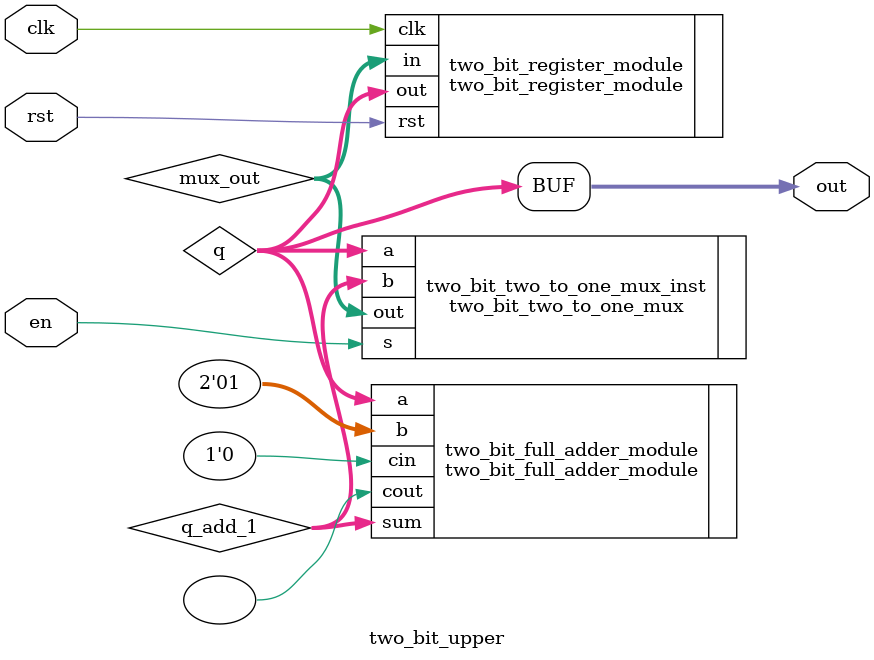
<source format=v>
module two_bit_upper(
    input           clk, 
    input           en, 
    input           rst, 
    output [1:0]    out
);

    wire [1:0] q_add_1;
    wire [1:0] q;
    wire [1:0] mux_out;
    
    two_bit_full_adder_module two_bit_full_adder_module(.a(q), .b(2'b01), .cin(1'b0), .sum(q_add_1), .cout());
    two_bit_two_to_one_mux two_bit_two_to_one_mux_inst(.a(q), .b(q_add_1), .s(en), .out(mux_out));
    two_bit_register_module two_bit_register_module(.in(mux_out), .clk(clk), .rst(rst), .out(q));

    assign out = q;

endmodule

</source>
